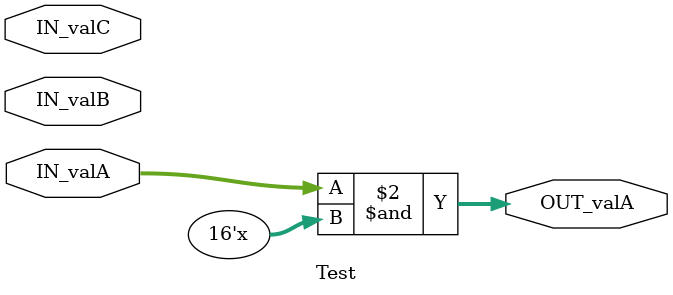
<source format=sv>
module Test#(parameter N = 16)
(
  input logic[N-1:0] IN_valA,
  input logic[N-1:0] IN_valB,
  input logic IN_valC,
  output logic[N-1:0] OUT_valA
);

always_comb begin
  //OUT_valA = 'x;
  //if (IN_valC)
    OUT_valA = IN_valA & 'x;
end

endmodule

</source>
